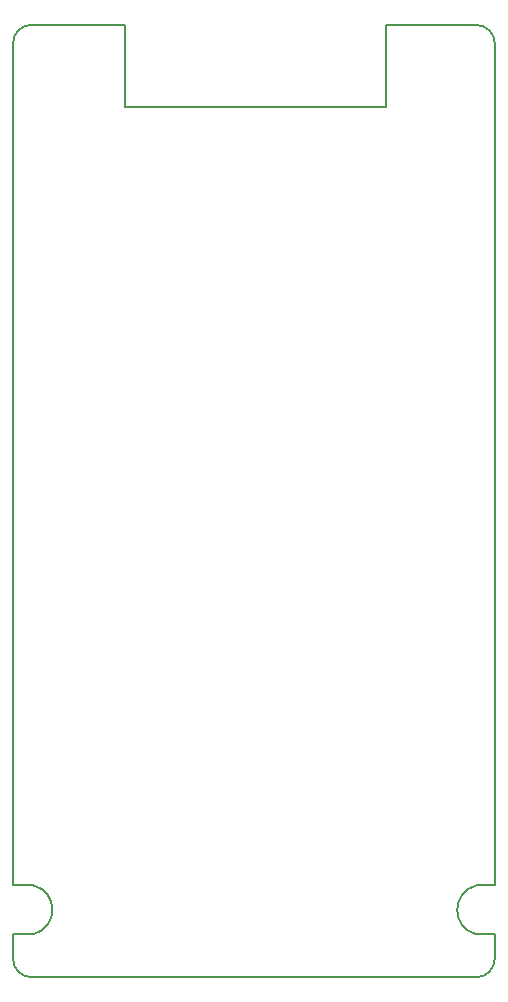
<source format=gbr>
G04 DipTrace 3.3.1.3*
G04 BoardOutline.gbr*
%MOIN*%
G04 #@! TF.FileFunction,Profile*
G04 #@! TF.Part,Single*
%ADD11C,0.005512*%
%FSLAX26Y26*%
G04*
G70*
G90*
G75*
G01*
G04 BoardOutline*
%LPD*%
X393701Y3506201D2*
D11*
G02X456202Y3568701I62502J-2D01*
G01*
X768702D1*
X768692Y3293701D1*
X1637432D1*
X1637451Y3568701D1*
X1937451D1*
G02X1999951Y3506201I0J-62500D01*
G01*
Y699950D1*
X1937451D1*
G03X1937451Y537441I21256J-81255D01*
G01*
X1999951D1*
Y456201D1*
G02X1937451Y393701I-62500J0D01*
G01*
X456202D1*
G02X393701Y456201I1J62502D01*
G01*
Y537450D1*
X462451D1*
G03X462451Y699950I-21250J81250D01*
G01*
X393701D1*
Y3506201D1*
M02*

</source>
